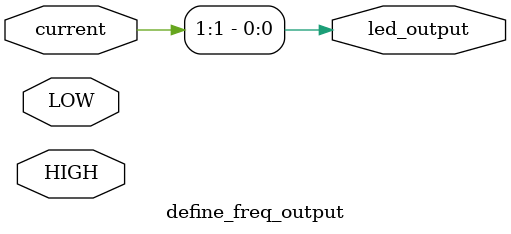
<source format=v>
module define_freq_output(
    // Constant pins
    input HIGH, input LOW,
    // Current states
    input [1:0] current,
    // Output
    output led_output //
);

   buf(led_output, current[1]);
    
endmodule
</source>
